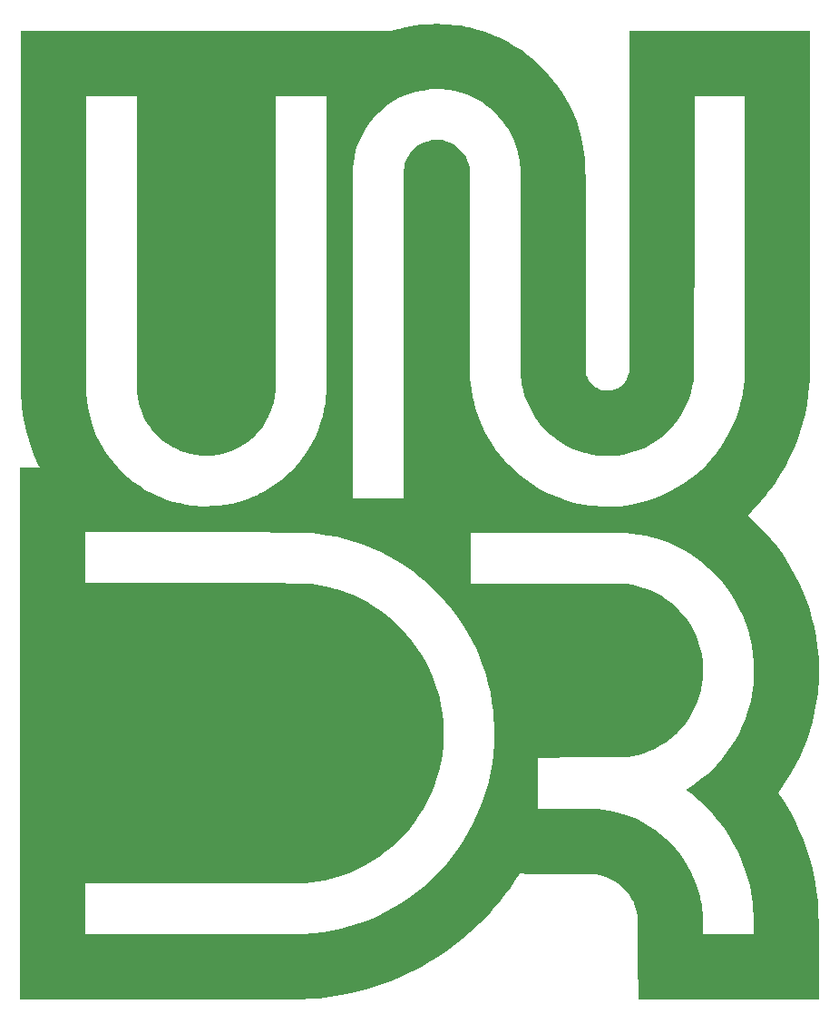
<source format=gbo>
%TF.GenerationSoftware,KiCad,Pcbnew,7.0.1*%
%TF.CreationDate,2024-04-15T22:24:04+03:00*%
%TF.ProjectId,ESP32 STEPPER CONTROL PCB,45535033-3220-4535-9445-505045522043,rev?*%
%TF.SameCoordinates,PX68e7780PY7bfa480*%
%TF.FileFunction,Legend,Bot*%
%TF.FilePolarity,Positive*%
%FSLAX46Y46*%
G04 Gerber Fmt 4.6, Leading zero omitted, Abs format (unit mm)*
G04 Created by KiCad (PCBNEW 7.0.1) date 2024-04-15 22:24:04*
%MOMM*%
%LPD*%
G01*
G04 APERTURE LIST*
G04 APERTURE END LIST*
%TO.C,G\u002A\u002A\u002A*%
G36*
X40223388Y91468401D02*
G01*
X40795046Y91436891D01*
X41347480Y91383241D01*
X41889259Y91306523D01*
X42428953Y91205808D01*
X42705246Y91145115D01*
X43451721Y90952217D01*
X44180090Y90721884D01*
X44889851Y90454416D01*
X45580501Y90150114D01*
X46251537Y89809279D01*
X46902456Y89432212D01*
X47532756Y89019213D01*
X48141933Y88570582D01*
X48729484Y88086622D01*
X49294907Y87567631D01*
X49837699Y87013911D01*
X50101196Y86723279D01*
X50531340Y86208017D01*
X50941523Y85659772D01*
X51328837Y85083545D01*
X51690375Y84484338D01*
X52023233Y83867152D01*
X52324503Y83236990D01*
X52591278Y82598854D01*
X52752250Y82160753D01*
X52899613Y81714006D01*
X53029080Y81273638D01*
X53142133Y80832513D01*
X53240248Y80383491D01*
X53324906Y79919435D01*
X53397584Y79433205D01*
X53459761Y78917665D01*
X53493442Y78582787D01*
X53495513Y78549191D01*
X53497508Y78492884D01*
X53499432Y78413100D01*
X53501287Y78309069D01*
X53503076Y78180024D01*
X53504801Y78025196D01*
X53506466Y77843819D01*
X53508072Y77635122D01*
X53509624Y77398340D01*
X53511124Y77132702D01*
X53512574Y76837442D01*
X53513978Y76511792D01*
X53515338Y76154982D01*
X53516658Y75766246D01*
X53517939Y75344815D01*
X53519185Y74889921D01*
X53520399Y74400796D01*
X53521583Y73876673D01*
X53522740Y73316782D01*
X53523873Y72720356D01*
X53524985Y72086627D01*
X53526079Y71414827D01*
X53527157Y70704188D01*
X53528223Y69953941D01*
X53529279Y69163319D01*
X53529957Y68630983D01*
X53542077Y58939426D01*
X53590313Y58773491D01*
X53692637Y58491379D01*
X53828657Y58233587D01*
X53998765Y57999444D01*
X54115900Y57871491D01*
X54333322Y57681064D01*
X54569857Y57525868D01*
X54821761Y57406481D01*
X55085291Y57323479D01*
X55356705Y57277440D01*
X55632258Y57268941D01*
X55908208Y57298558D01*
X56180812Y57366869D01*
X56446326Y57474451D01*
X56503343Y57503409D01*
X56749134Y57656082D01*
X56968634Y57839958D01*
X57159684Y58052309D01*
X57320127Y58290405D01*
X57447806Y58551518D01*
X57533560Y58806316D01*
X57580705Y58981065D01*
X57586102Y74902935D01*
X57591500Y90824805D01*
X66028578Y90819575D01*
X74465656Y90814344D01*
X74471740Y75137131D01*
X74472122Y74140991D01*
X74472477Y73185588D01*
X74472799Y72270019D01*
X74473087Y71393383D01*
X74473337Y70554778D01*
X74473544Y69753300D01*
X74473706Y68988049D01*
X74473819Y68258120D01*
X74473879Y67562613D01*
X74473883Y66900625D01*
X74473827Y66271254D01*
X74473707Y65673597D01*
X74473520Y65106752D01*
X74473263Y64569818D01*
X74472932Y64061891D01*
X74472523Y63582069D01*
X74472033Y63129450D01*
X74471458Y62703133D01*
X74470795Y62302214D01*
X74470040Y61925791D01*
X74469189Y61572963D01*
X74468240Y61242826D01*
X74467187Y60934479D01*
X74466029Y60647019D01*
X74464760Y60379544D01*
X74463379Y60131152D01*
X74461880Y59900941D01*
X74460261Y59688008D01*
X74458518Y59491451D01*
X74456647Y59310367D01*
X74454646Y59143855D01*
X74452509Y58991012D01*
X74450235Y58850937D01*
X74447818Y58722726D01*
X74445256Y58605477D01*
X74442545Y58498288D01*
X74439682Y58400258D01*
X74436662Y58310483D01*
X74433483Y58228061D01*
X74430140Y58152091D01*
X74426631Y58081670D01*
X74422952Y58015895D01*
X74419098Y57953864D01*
X74415067Y57894675D01*
X74410855Y57837427D01*
X74406458Y57781216D01*
X74402999Y57738733D01*
X74309582Y56858239D01*
X74175582Y55985932D01*
X74001479Y55123065D01*
X73787747Y54270895D01*
X73534865Y53430675D01*
X73243309Y52603661D01*
X72913556Y51791107D01*
X72546084Y50994269D01*
X72141368Y50214400D01*
X71699886Y49452756D01*
X71222115Y48710593D01*
X70708531Y47989163D01*
X70686202Y47959359D01*
X70418707Y47609917D01*
X70158784Y47285276D01*
X69897892Y46975533D01*
X69627494Y46670784D01*
X69339049Y46361127D01*
X69058091Y46071202D01*
X68625926Y45632322D01*
X68953742Y45340668D01*
X69606546Y44732294D01*
X70227559Y44097029D01*
X70816834Y43434814D01*
X71374421Y42745590D01*
X71900373Y42029296D01*
X72144093Y41672114D01*
X72619897Y40920482D01*
X73058141Y40151115D01*
X73458523Y39364867D01*
X73820742Y38562594D01*
X74144496Y37745151D01*
X74429484Y36913393D01*
X74675405Y36068176D01*
X74881957Y35210354D01*
X75048838Y34340782D01*
X75175748Y33460316D01*
X75234675Y32904426D01*
X75275125Y32355848D01*
X75299162Y31782173D01*
X75306903Y31194500D01*
X75298468Y30603925D01*
X75273974Y30021548D01*
X75233541Y29458465D01*
X75193710Y29063197D01*
X75071476Y28174188D01*
X74909643Y27297802D01*
X74708426Y26434602D01*
X74468041Y25585147D01*
X74188705Y24750000D01*
X73870634Y23929723D01*
X73514044Y23124876D01*
X73119150Y22336022D01*
X72686170Y21563722D01*
X72215319Y20808537D01*
X71761866Y20147476D01*
X71688035Y20043893D01*
X71623279Y19952008D01*
X71571259Y19877099D01*
X71535634Y19824444D01*
X71520063Y19799323D01*
X71519672Y19798133D01*
X71530646Y19777680D01*
X71560783Y19729264D01*
X71605909Y19659406D01*
X71661851Y19574630D01*
X71683114Y19542788D01*
X72186049Y18754607D01*
X72653758Y17944855D01*
X73085574Y17115190D01*
X73480829Y16267271D01*
X73838855Y15402753D01*
X74158987Y14523296D01*
X74440555Y13630557D01*
X74682893Y12726193D01*
X74885333Y11811863D01*
X74963737Y11394786D01*
X75009806Y11126470D01*
X75051618Y10862919D01*
X75090057Y10597132D01*
X75126012Y10322104D01*
X75160368Y10030832D01*
X75194012Y9716315D01*
X75227831Y9371547D01*
X75249344Y9138770D01*
X75252588Y9088485D01*
X75255640Y9010784D01*
X75258507Y8904699D01*
X75261195Y8769263D01*
X75263713Y8603506D01*
X75266066Y8406462D01*
X75268263Y8177162D01*
X75270309Y7914640D01*
X75272213Y7617926D01*
X75273980Y7286053D01*
X75275619Y6918054D01*
X75277136Y6512959D01*
X75278539Y6069803D01*
X75279833Y5587615D01*
X75281027Y5065430D01*
X75281802Y4678156D01*
X75289743Y488197D01*
X66857560Y488197D01*
X58425376Y488197D01*
X58417937Y4292992D01*
X58416990Y4764308D01*
X58416060Y5195837D01*
X58415128Y5589427D01*
X58414172Y5946929D01*
X58413176Y6270196D01*
X58412117Y6561076D01*
X58410978Y6821421D01*
X58409739Y7053081D01*
X58408380Y7257907D01*
X58406882Y7437750D01*
X58405225Y7594460D01*
X58403391Y7729888D01*
X58401358Y7845885D01*
X58399108Y7944302D01*
X58396621Y8026988D01*
X58393879Y8095795D01*
X58390861Y8152574D01*
X58387547Y8199174D01*
X58383919Y8237447D01*
X58379957Y8269244D01*
X58375789Y8295574D01*
X58280665Y8738321D01*
X58154913Y9154017D01*
X57997337Y9545067D01*
X57806738Y9913880D01*
X57581918Y10262861D01*
X57321678Y10594418D01*
X57122905Y10812152D01*
X56935552Y10997748D01*
X56754051Y11159130D01*
X56563886Y11308404D01*
X56350541Y11457675D01*
X56342131Y11463276D01*
X56067852Y11628749D01*
X55765052Y11781268D01*
X55446133Y11915582D01*
X55123493Y12026444D01*
X54826140Y12104971D01*
X54764556Y12118502D01*
X54706267Y12130814D01*
X54649135Y12141965D01*
X54591020Y12152011D01*
X54529784Y12161011D01*
X54463287Y12169023D01*
X54389392Y12176103D01*
X54305960Y12182309D01*
X54210851Y12187699D01*
X54101927Y12192330D01*
X53977050Y12196260D01*
X53834079Y12199547D01*
X53670878Y12202247D01*
X53485306Y12204419D01*
X53275225Y12206120D01*
X53038497Y12207408D01*
X52772983Y12208339D01*
X52476543Y12208972D01*
X52147040Y12209365D01*
X51782333Y12209574D01*
X51380286Y12209657D01*
X50938758Y12209672D01*
X50934349Y12209672D01*
X50447283Y12209809D01*
X50000366Y12210218D01*
X49593729Y12210899D01*
X49227502Y12211851D01*
X48901816Y12213073D01*
X48616800Y12214564D01*
X48372586Y12216323D01*
X48169304Y12218350D01*
X48007083Y12220644D01*
X47886056Y12223203D01*
X47806351Y12226027D01*
X47768099Y12229116D01*
X47764427Y12230492D01*
X47744694Y12240301D01*
X47689739Y12247350D01*
X47605925Y12250972D01*
X47565886Y12251311D01*
X47367345Y12251311D01*
X47279853Y12110779D01*
X46902289Y11527761D01*
X46491230Y10936448D01*
X46052067Y10343438D01*
X45590188Y9755331D01*
X45110984Y9178723D01*
X44619846Y8620214D01*
X44122162Y8086402D01*
X43623322Y7583885D01*
X43431356Y7399449D01*
X42722228Y6749538D01*
X42007084Y6138450D01*
X41281989Y5563421D01*
X40543011Y5021688D01*
X39786217Y4510488D01*
X39007674Y4027056D01*
X38203450Y3568629D01*
X37369612Y3132443D01*
X37333771Y3114512D01*
X36413184Y2677588D01*
X35481575Y2280799D01*
X34538797Y1924105D01*
X33584705Y1607466D01*
X32619154Y1330841D01*
X31641995Y1094191D01*
X30653085Y897474D01*
X29652276Y740651D01*
X28639424Y623680D01*
X28162705Y582730D01*
X28095526Y577659D01*
X28028759Y572819D01*
X27961394Y568206D01*
X27892415Y563813D01*
X27820811Y559636D01*
X27745568Y555671D01*
X27665673Y551913D01*
X27580114Y548356D01*
X27487878Y544996D01*
X27387951Y541828D01*
X27279320Y538847D01*
X27160973Y536049D01*
X27031897Y533428D01*
X26891078Y530980D01*
X26737504Y528700D01*
X26570162Y526582D01*
X26388038Y524623D01*
X26190119Y522817D01*
X25975394Y521160D01*
X25742848Y519646D01*
X25491469Y518271D01*
X25220244Y517030D01*
X24928160Y515917D01*
X24614204Y514930D01*
X24277362Y514061D01*
X23916623Y513307D01*
X23530972Y512663D01*
X23119397Y512124D01*
X22680885Y511685D01*
X22214424Y511340D01*
X21718999Y511087D01*
X21193598Y510918D01*
X20637209Y510831D01*
X20048817Y510819D01*
X19427411Y510878D01*
X18771977Y511003D01*
X18081502Y511190D01*
X17354973Y511433D01*
X16591378Y511727D01*
X15789702Y512069D01*
X14948935Y512452D01*
X14068061Y512872D01*
X13599345Y513101D01*
X722377Y519426D01*
X722377Y25326065D01*
X722377Y44063770D01*
X6791312Y44063770D01*
X6791312Y41701108D01*
X6791312Y39338446D01*
X16956517Y39331605D01*
X17777593Y39331029D01*
X18557899Y39330433D01*
X19298307Y39329813D01*
X19999687Y39329167D01*
X20662908Y39328493D01*
X21288842Y39327787D01*
X21878358Y39327047D01*
X22432326Y39326270D01*
X22951618Y39325454D01*
X23437103Y39324596D01*
X23889651Y39323693D01*
X24310133Y39322742D01*
X24699419Y39321741D01*
X25058380Y39320688D01*
X25387886Y39319579D01*
X25688806Y39318411D01*
X25962012Y39317183D01*
X26208374Y39315891D01*
X26428761Y39314533D01*
X26624044Y39313106D01*
X26795094Y39311607D01*
X26942781Y39310034D01*
X27067974Y39308384D01*
X27171545Y39306654D01*
X27254364Y39304842D01*
X27317301Y39302945D01*
X27361225Y39300960D01*
X27381968Y39299436D01*
X27897209Y39243321D01*
X28379956Y39177904D01*
X28838638Y39101581D01*
X29281683Y39012745D01*
X29717519Y38909792D01*
X30154574Y38791117D01*
X30343300Y38735361D01*
X31055356Y38498506D01*
X31754973Y38222474D01*
X32439946Y37908450D01*
X33108071Y37557618D01*
X33757142Y37171164D01*
X34384954Y36750273D01*
X34989304Y36296128D01*
X35199754Y36125507D01*
X35770183Y35626983D01*
X36312458Y35098686D01*
X36825269Y34542369D01*
X37307302Y33959787D01*
X37757246Y33352691D01*
X38173789Y32722834D01*
X38555620Y32071970D01*
X38901426Y31401853D01*
X39159159Y30834600D01*
X39439572Y30125543D01*
X39680182Y29405066D01*
X39880814Y28674541D01*
X40041289Y27935338D01*
X40161431Y27188829D01*
X40241064Y26436386D01*
X40280011Y25679380D01*
X40278094Y24919183D01*
X40235138Y24157165D01*
X40150966Y23394698D01*
X40133602Y23272349D01*
X40003639Y22527070D01*
X39833557Y21791531D01*
X39624072Y21067337D01*
X39375903Y20356091D01*
X39089768Y19659395D01*
X38766382Y18978855D01*
X38406464Y18316072D01*
X38010731Y17672652D01*
X37579900Y17050196D01*
X37114689Y16450309D01*
X37042674Y16363197D01*
X36544695Y15797675D01*
X36016995Y15259714D01*
X35461542Y14750746D01*
X34880308Y14272201D01*
X34275262Y13825510D01*
X33648375Y13412105D01*
X33001617Y13033415D01*
X32336959Y12690872D01*
X31656370Y12385907D01*
X31452213Y12303080D01*
X30882681Y12091035D01*
X30311320Y11906051D01*
X29731991Y11746693D01*
X29138554Y11611528D01*
X28524869Y11499123D01*
X27884798Y11408043D01*
X27381968Y11352695D01*
X27351523Y11350643D01*
X27302709Y11348681D01*
X27234656Y11346807D01*
X27146493Y11345016D01*
X27037350Y11343308D01*
X26906356Y11341678D01*
X26752642Y11340124D01*
X26575337Y11338645D01*
X26373571Y11337236D01*
X26146473Y11335895D01*
X25893174Y11334621D01*
X25612803Y11333408D01*
X25304489Y11332257D01*
X24967362Y11331162D01*
X24600553Y11330123D01*
X24203190Y11329136D01*
X23774404Y11328198D01*
X23313324Y11327307D01*
X22819080Y11326460D01*
X22290802Y11325654D01*
X21727619Y11324887D01*
X21128661Y11324156D01*
X20493057Y11323459D01*
X19819938Y11322792D01*
X19108434Y11322153D01*
X18357673Y11321540D01*
X17566786Y11320949D01*
X16956517Y11320526D01*
X6791312Y11313685D01*
X6791312Y8951023D01*
X6791312Y6588361D01*
X16800369Y6588495D01*
X17652888Y6588552D01*
X18471761Y6588697D01*
X19256611Y6588932D01*
X20007062Y6589253D01*
X20722739Y6589662D01*
X21403265Y6590157D01*
X22048266Y6590737D01*
X22657365Y6591402D01*
X23230186Y6592150D01*
X23766353Y6592982D01*
X24265491Y6593896D01*
X24727224Y6594892D01*
X25151176Y6595968D01*
X25536971Y6597124D01*
X25884233Y6598360D01*
X26192586Y6599674D01*
X26461655Y6601066D01*
X26691064Y6602534D01*
X26880436Y6604079D01*
X27029397Y6605700D01*
X27137570Y6607395D01*
X27204579Y6609164D01*
X27215410Y6609646D01*
X28103785Y6676136D01*
X28982291Y6782845D01*
X29849927Y6929307D01*
X30705695Y7115057D01*
X31548597Y7339632D01*
X32377633Y7602564D01*
X33191804Y7903391D01*
X33990111Y8241646D01*
X34771555Y8616864D01*
X35535138Y9028582D01*
X36279861Y9476333D01*
X37004723Y9959653D01*
X37708727Y10478076D01*
X38390874Y11031139D01*
X39050164Y11618376D01*
X39685598Y12239321D01*
X39986058Y12553724D01*
X40570254Y13208996D01*
X41120364Y13887514D01*
X41635975Y14588025D01*
X42116671Y15309280D01*
X42562039Y16050027D01*
X42971665Y16809016D01*
X43345135Y17584996D01*
X43682035Y18376715D01*
X43981951Y19182924D01*
X44244469Y20002371D01*
X44469174Y20833805D01*
X44655653Y21675976D01*
X44803491Y22527632D01*
X44912275Y23387523D01*
X44981590Y24254399D01*
X45011023Y25127007D01*
X45000159Y26004098D01*
X44948584Y26884420D01*
X44899677Y27397623D01*
X44784811Y28261389D01*
X44629479Y29117267D01*
X44434355Y29963787D01*
X44200115Y30799478D01*
X43927432Y31622871D01*
X43616983Y32432495D01*
X43269443Y33226881D01*
X42885485Y34004558D01*
X42465787Y34764057D01*
X42011021Y35503907D01*
X41521864Y36222638D01*
X40998990Y36918781D01*
X40443075Y37590866D01*
X39986058Y38098407D01*
X39363904Y38734222D01*
X38717068Y39336959D01*
X38046591Y39906107D01*
X37353516Y40441155D01*
X36638886Y40941593D01*
X35903741Y41406909D01*
X35149126Y41836593D01*
X34376081Y42230134D01*
X33585649Y42587021D01*
X32778873Y42906744D01*
X31956793Y43188791D01*
X31120454Y43432652D01*
X30270896Y43637815D01*
X29409162Y43803771D01*
X28536294Y43930008D01*
X27964918Y43990388D01*
X27902750Y43995931D01*
X27841216Y44001186D01*
X27779152Y44006162D01*
X27715393Y44010866D01*
X27648774Y44015306D01*
X27578130Y44019489D01*
X27502297Y44023424D01*
X27420111Y44027117D01*
X27330406Y44030577D01*
X27232018Y44033811D01*
X27123783Y44036826D01*
X27004535Y44039631D01*
X26873109Y44042233D01*
X26829908Y44042951D01*
X42809345Y44042951D01*
X42809345Y41680269D01*
X42809345Y39317588D01*
X49945287Y39311068D01*
X50598943Y39310491D01*
X51212338Y39309976D01*
X51786850Y39309500D01*
X52323857Y39309042D01*
X52824736Y39308579D01*
X53290867Y39308087D01*
X53723627Y39307545D01*
X54124394Y39306930D01*
X54494546Y39306218D01*
X54835461Y39305388D01*
X55148518Y39304417D01*
X55435094Y39303282D01*
X55696567Y39301960D01*
X55934316Y39300430D01*
X56149719Y39298668D01*
X56344153Y39296651D01*
X56518997Y39294358D01*
X56675628Y39291765D01*
X56815425Y39288850D01*
X56939766Y39285590D01*
X57050029Y39281963D01*
X57147592Y39277946D01*
X57233833Y39273516D01*
X57310129Y39268651D01*
X57377860Y39263328D01*
X57438404Y39257524D01*
X57493137Y39251218D01*
X57543438Y39244386D01*
X57590686Y39237005D01*
X57636259Y39229053D01*
X57681533Y39220508D01*
X57727889Y39211347D01*
X57776702Y39201547D01*
X57829353Y39191085D01*
X57882787Y39180776D01*
X58445509Y39053344D01*
X58994730Y38887260D01*
X59528633Y38683790D01*
X60045401Y38444202D01*
X60543215Y38169761D01*
X61020257Y37861733D01*
X61474709Y37521386D01*
X61904754Y37149985D01*
X62308574Y36748797D01*
X62684351Y36319088D01*
X63030266Y35862125D01*
X63344502Y35379173D01*
X63347614Y35373991D01*
X63630621Y34862553D01*
X63874381Y34337408D01*
X64078660Y33799402D01*
X64243225Y33249380D01*
X64367843Y32688185D01*
X64452280Y32116662D01*
X64496304Y31535657D01*
X64503228Y31188664D01*
X64500724Y30929322D01*
X64492820Y30697893D01*
X64478518Y30480886D01*
X64456822Y30264809D01*
X64426734Y30036169D01*
X64409594Y29921725D01*
X64301085Y29354517D01*
X64152887Y28799524D01*
X63965353Y28257545D01*
X63738838Y27729380D01*
X63473696Y27215825D01*
X63170281Y26717681D01*
X62828947Y26235746D01*
X62704200Y26075574D01*
X62586002Y25934562D01*
X62442433Y25774945D01*
X62280764Y25603968D01*
X62108266Y25428880D01*
X61932207Y25256928D01*
X61759859Y25095360D01*
X61598491Y24951422D01*
X61463771Y24839036D01*
X60997916Y24493219D01*
X60511639Y24182149D01*
X60007257Y23906886D01*
X59487091Y23668489D01*
X58953458Y23468017D01*
X58408678Y23306531D01*
X57855069Y23185089D01*
X57836468Y23181739D01*
X57763576Y23168553D01*
X57697274Y23156442D01*
X57635628Y23145358D01*
X57576707Y23135253D01*
X57518579Y23126077D01*
X57459311Y23117783D01*
X57396972Y23110323D01*
X57329630Y23103647D01*
X57255352Y23097708D01*
X57172206Y23092456D01*
X57078261Y23087845D01*
X56971584Y23083824D01*
X56850243Y23080346D01*
X56712307Y23077363D01*
X56555842Y23074826D01*
X56378918Y23072686D01*
X56179601Y23070895D01*
X55955960Y23069406D01*
X55706063Y23068168D01*
X55427978Y23067135D01*
X55119773Y23066257D01*
X54779515Y23065486D01*
X54405272Y23064774D01*
X53995113Y23064073D01*
X53547106Y23063333D01*
X53078648Y23062541D01*
X49034427Y23055515D01*
X49034427Y20682675D01*
X49034427Y18309836D01*
X51361025Y18309704D01*
X51796947Y18309464D01*
X52193818Y18308752D01*
X52554222Y18307503D01*
X52880746Y18305652D01*
X53175976Y18303133D01*
X53442496Y18299880D01*
X53682893Y18295827D01*
X53899753Y18290910D01*
X54095661Y18285063D01*
X54273202Y18278221D01*
X54434963Y18270317D01*
X54583529Y18261286D01*
X54721486Y18251063D01*
X54851419Y18239583D01*
X54975914Y18226779D01*
X55072131Y18215684D01*
X55739132Y18114821D01*
X56392462Y17974804D01*
X57031304Y17795976D01*
X57654842Y17578680D01*
X58262258Y17323258D01*
X58852736Y17030053D01*
X59425460Y16699409D01*
X59979613Y16331669D01*
X60506066Y15933864D01*
X61012235Y15500629D01*
X61488075Y15039679D01*
X61932638Y14552493D01*
X62344978Y14040551D01*
X62724148Y13505334D01*
X63069203Y12948320D01*
X63379195Y12370989D01*
X63653179Y11774822D01*
X63890208Y11161298D01*
X64089335Y10531897D01*
X64179729Y10190164D01*
X64244426Y9917484D01*
X64299913Y9658843D01*
X64346899Y9407974D01*
X64386097Y9158607D01*
X64418217Y8904473D01*
X64443969Y8639305D01*
X64464066Y8356833D01*
X64479218Y8050788D01*
X64490135Y7714902D01*
X64496717Y7395123D01*
X64510106Y6567541D01*
X66869807Y6567541D01*
X69229508Y6567541D01*
X69229311Y7186926D01*
X69225773Y7651038D01*
X69215150Y8081618D01*
X69196965Y8486246D01*
X69170744Y8872500D01*
X69136008Y9247962D01*
X69092282Y9620210D01*
X69062814Y9836229D01*
X68929979Y10618612D01*
X68756927Y11391192D01*
X68544205Y12152650D01*
X68292361Y12901669D01*
X68001943Y13636932D01*
X67673499Y14357121D01*
X67307577Y15060917D01*
X66904725Y15747003D01*
X66465490Y16414061D01*
X66141252Y16862869D01*
X65691182Y17432810D01*
X65207177Y17988406D01*
X64694725Y18524132D01*
X64159312Y19034467D01*
X63606423Y19513888D01*
X63144588Y19879522D01*
X63058567Y19945730D01*
X62985817Y20003619D01*
X62932187Y20048386D01*
X62903524Y20075228D01*
X62900328Y20080141D01*
X62916989Y20097194D01*
X62961280Y20128901D01*
X63024664Y20169286D01*
X63045754Y20181978D01*
X63506034Y20472866D01*
X63969196Y20799291D01*
X64429246Y21156110D01*
X64880187Y21538178D01*
X65316024Y21940352D01*
X65730763Y22357487D01*
X66118407Y22784438D01*
X66226267Y22910983D01*
X66683478Y23487290D01*
X67104110Y24083382D01*
X67487966Y24698796D01*
X67834852Y25333067D01*
X68144572Y25985731D01*
X68416930Y26656326D01*
X68651731Y27344386D01*
X68848780Y28049449D01*
X69007881Y28771051D01*
X69128839Y29508727D01*
X69178572Y29916803D01*
X69190281Y30051782D01*
X69200556Y30220894D01*
X69209285Y30416655D01*
X69216354Y30631582D01*
X69221648Y30858188D01*
X69225056Y31088990D01*
X69226464Y31316503D01*
X69225757Y31533242D01*
X69222823Y31731723D01*
X69217549Y31904461D01*
X69210636Y32032736D01*
X69138022Y32776642D01*
X69026207Y33506901D01*
X68875331Y34223120D01*
X68685536Y34924907D01*
X68456960Y35611868D01*
X68189744Y36283611D01*
X67884029Y36939744D01*
X67539955Y37579874D01*
X67157662Y38203609D01*
X66838048Y38671475D01*
X66585690Y39012614D01*
X66326428Y39338388D01*
X66052110Y39658429D01*
X65754585Y39982372D01*
X65545498Y40198968D01*
X65012736Y40712644D01*
X64458797Y41190472D01*
X63883554Y41632532D01*
X63286880Y42038902D01*
X62668646Y42409663D01*
X62028726Y42744894D01*
X61366991Y43044674D01*
X60683314Y43309082D01*
X60387856Y43410178D01*
X59760057Y43599638D01*
X59129447Y43754827D01*
X58489014Y43877110D01*
X57831743Y43967853D01*
X57247787Y44021699D01*
X57196805Y44023833D01*
X57104610Y44025861D01*
X56971627Y44027781D01*
X56798281Y44029592D01*
X56584998Y44031293D01*
X56332204Y44032882D01*
X56040325Y44034359D01*
X55709786Y44035723D01*
X55341012Y44036971D01*
X54934430Y44038103D01*
X54490464Y44039118D01*
X54009541Y44040014D01*
X53492086Y44040790D01*
X52938525Y44041446D01*
X52349283Y44041978D01*
X51724785Y44042388D01*
X51065459Y44042672D01*
X50371728Y44042831D01*
X49882828Y44042866D01*
X42809345Y44042951D01*
X26829908Y44042951D01*
X26728342Y44044639D01*
X26569069Y44046857D01*
X26394125Y44048896D01*
X26202344Y44050762D01*
X25992564Y44052463D01*
X25763618Y44054007D01*
X25514343Y44055402D01*
X25243573Y44056654D01*
X24950144Y44057773D01*
X24632891Y44058764D01*
X24290650Y44059637D01*
X23922255Y44060398D01*
X23526543Y44061056D01*
X23102349Y44061618D01*
X22648507Y44062091D01*
X22163854Y44062483D01*
X21647224Y44062803D01*
X21097453Y44063057D01*
X20513377Y44063252D01*
X19893830Y44063398D01*
X19237647Y44063501D01*
X18543666Y44063570D01*
X17810719Y44063611D01*
X17037644Y44063632D01*
X16800369Y44063636D01*
X6791312Y44063770D01*
X722377Y44063770D01*
X722377Y50132705D01*
X1632455Y50138128D01*
X2542532Y50143551D01*
X2447964Y50346325D01*
X2107056Y51122362D01*
X1807032Y51901582D01*
X1547138Y52686677D01*
X1326623Y53480338D01*
X1144734Y54285255D01*
X1000717Y55104119D01*
X900284Y55878934D01*
X894690Y55929954D01*
X889321Y55978049D01*
X884172Y56024094D01*
X879238Y56068965D01*
X874515Y56113537D01*
X869998Y56158685D01*
X865683Y56205282D01*
X861564Y56254206D01*
X857638Y56306330D01*
X853900Y56362530D01*
X850344Y56423680D01*
X846968Y56490656D01*
X843765Y56564332D01*
X840732Y56645585D01*
X837864Y56735287D01*
X835155Y56834315D01*
X832603Y56943544D01*
X830202Y57063848D01*
X827946Y57196103D01*
X825833Y57341184D01*
X823858Y57499965D01*
X822014Y57673322D01*
X820299Y57862129D01*
X818708Y58067261D01*
X817235Y58289595D01*
X815877Y58530004D01*
X814628Y58789363D01*
X813485Y59068548D01*
X812442Y59368433D01*
X811495Y59689895D01*
X810640Y60033806D01*
X809871Y60401043D01*
X809184Y60792481D01*
X808576Y61208994D01*
X808040Y61651458D01*
X807572Y62120747D01*
X807169Y62617737D01*
X806825Y63143302D01*
X806535Y63698318D01*
X806295Y64283660D01*
X806101Y64900202D01*
X805948Y65548819D01*
X805831Y66230387D01*
X805746Y66945781D01*
X805688Y67695875D01*
X805653Y68481544D01*
X805635Y69303665D01*
X805631Y70163110D01*
X805635Y71060756D01*
X805644Y71997478D01*
X805653Y72974150D01*
X805656Y73919180D01*
X805656Y84745410D01*
X6874590Y84745410D01*
X6874687Y71072090D01*
X6874727Y70016753D01*
X6874833Y69003015D01*
X6875003Y68030834D01*
X6875239Y67100170D01*
X6875541Y66210983D01*
X6875907Y65363231D01*
X6876339Y64556874D01*
X6876837Y63791871D01*
X6877400Y63068182D01*
X6878030Y62385764D01*
X6878724Y61744579D01*
X6879485Y61144585D01*
X6880311Y60585741D01*
X6881204Y60068006D01*
X6882162Y59591340D01*
X6883186Y59155702D01*
X6884277Y58761052D01*
X6885434Y58407347D01*
X6886657Y58094549D01*
X6887946Y57822616D01*
X6889302Y57591507D01*
X6890724Y57401181D01*
X6892212Y57251598D01*
X6893767Y57142717D01*
X6895389Y57074498D01*
X6896248Y57055246D01*
X6959711Y56365091D01*
X7063006Y55686186D01*
X7205869Y55019352D01*
X7388034Y54365412D01*
X7609235Y53725186D01*
X7869208Y53099497D01*
X8167685Y52489166D01*
X8504402Y51895015D01*
X8629238Y51694180D01*
X9001877Y51146172D01*
X9408131Y50619999D01*
X9845686Y50117696D01*
X10312226Y49641296D01*
X10805436Y49192832D01*
X11322999Y48774337D01*
X11862600Y48387846D01*
X12421924Y48035391D01*
X12998655Y47719006D01*
X13350449Y47548093D01*
X13910613Y47305139D01*
X14469243Y47096273D01*
X15032385Y46919920D01*
X15606080Y46774505D01*
X16196374Y46658455D01*
X16809309Y46570195D01*
X17294836Y46520663D01*
X17401138Y46514329D01*
X17541892Y46510032D01*
X17709971Y46507662D01*
X17898242Y46507110D01*
X18099577Y46508266D01*
X18306844Y46511020D01*
X18512914Y46515262D01*
X18710656Y46520884D01*
X18892940Y46527774D01*
X19052636Y46535823D01*
X19182613Y46544921D01*
X19241476Y46550625D01*
X19880271Y46637314D01*
X20492312Y46751817D01*
X21083189Y46895728D01*
X21658497Y47070642D01*
X22144894Y47249180D01*
X31795738Y47249180D01*
X34158771Y47249180D01*
X36521804Y47249180D01*
X36522411Y62390287D01*
X36522473Y63290634D01*
X36522587Y64171531D01*
X36522751Y65032206D01*
X36522964Y65871882D01*
X36523226Y66689785D01*
X36523535Y67485141D01*
X36523890Y68257176D01*
X36524290Y69005114D01*
X36524735Y69728181D01*
X36525223Y70425603D01*
X36525753Y71096604D01*
X36526325Y71740411D01*
X36526937Y72356249D01*
X36527588Y72943343D01*
X36528278Y73500918D01*
X36529005Y74028201D01*
X36529769Y74524416D01*
X36530567Y74988789D01*
X36531401Y75420545D01*
X36532267Y75818911D01*
X36533166Y76183110D01*
X36534097Y76512369D01*
X36535058Y76805913D01*
X36536048Y77062968D01*
X36537067Y77282759D01*
X36538113Y77464511D01*
X36539185Y77607450D01*
X36540283Y77710801D01*
X36541406Y77773790D01*
X36542147Y77792701D01*
X36578797Y78110323D01*
X36642012Y78404766D01*
X36734800Y78687188D01*
X36858325Y78965056D01*
X37037987Y79279754D01*
X37248022Y79566549D01*
X37486834Y79824216D01*
X37752829Y80051537D01*
X38044412Y80247288D01*
X38359990Y80410249D01*
X38697966Y80539198D01*
X39027498Y80626780D01*
X39183644Y80651926D01*
X39367922Y80668262D01*
X39567743Y80675683D01*
X39770519Y80674085D01*
X39963662Y80663362D01*
X40134584Y80643409D01*
X40175656Y80636357D01*
X40524742Y80550848D01*
X40855840Y80428905D01*
X41166940Y80272545D01*
X41456035Y80083784D01*
X41721115Y79864640D01*
X41960172Y79617129D01*
X42171199Y79343267D01*
X42352185Y79045072D01*
X42501124Y78724560D01*
X42616006Y78383748D01*
X42676928Y78124754D01*
X42679921Y78108259D01*
X42682759Y78089681D01*
X42685446Y78067891D01*
X42687989Y78041757D01*
X42690393Y78010150D01*
X42692664Y77971939D01*
X42694808Y77925994D01*
X42696830Y77871184D01*
X42698735Y77806379D01*
X42700531Y77730449D01*
X42702222Y77642263D01*
X42703814Y77540691D01*
X42705313Y77424603D01*
X42706724Y77292868D01*
X42708054Y77144355D01*
X42709307Y76977936D01*
X42710490Y76792478D01*
X42711608Y76586853D01*
X42712667Y76359929D01*
X42713672Y76110575D01*
X42714630Y75837663D01*
X42715546Y75540061D01*
X42716426Y75216639D01*
X42717275Y74866267D01*
X42718099Y74487814D01*
X42718903Y74080150D01*
X42719694Y73642145D01*
X42720478Y73172668D01*
X42721259Y72670589D01*
X42722044Y72134777D01*
X42722837Y71564103D01*
X42723646Y70957435D01*
X42724475Y70313644D01*
X42725331Y69631599D01*
X42726219Y68910170D01*
X42727139Y68152131D01*
X42738955Y58377295D01*
X42783241Y58002541D01*
X42870957Y57359686D01*
X42979134Y56748229D01*
X43109459Y56162400D01*
X43263624Y55596429D01*
X43443316Y55044546D01*
X43650226Y54500980D01*
X43886044Y53959961D01*
X44090783Y53536721D01*
X44409953Y52938962D01*
X44749348Y52373663D01*
X45113263Y51834814D01*
X45505989Y51316405D01*
X45931822Y50812425D01*
X46379584Y50332677D01*
X46909043Y49819854D01*
X47461787Y49341368D01*
X48037211Y48897599D01*
X48634708Y48488928D01*
X49253675Y48115737D01*
X49893505Y47778406D01*
X50553595Y47477316D01*
X51233338Y47212850D01*
X51457465Y47135156D01*
X51937312Y46982931D01*
X52409590Y46852496D01*
X52881864Y46742453D01*
X53361697Y46651403D01*
X53856655Y46577946D01*
X54374302Y46520683D01*
X54922203Y46478216D01*
X55051312Y46470507D01*
X55150090Y46467132D01*
X55282735Y46465862D01*
X55441537Y46466508D01*
X55618788Y46468880D01*
X55806778Y46472788D01*
X55997798Y46478043D01*
X56184138Y46484455D01*
X56358090Y46491834D01*
X56511944Y46499990D01*
X56637991Y46508735D01*
X56651748Y46509889D01*
X57373468Y46592458D01*
X58084083Y46714527D01*
X58782289Y46875125D01*
X59466780Y47073281D01*
X60136251Y47308025D01*
X60789397Y47578386D01*
X61424912Y47883394D01*
X62041492Y48222077D01*
X62637830Y48593467D01*
X63212622Y48996591D01*
X63764562Y49430481D01*
X64292346Y49894164D01*
X64794667Y50386670D01*
X65270221Y50907030D01*
X65717702Y51454271D01*
X66135806Y52027425D01*
X66523226Y52625520D01*
X66878657Y53247585D01*
X67200795Y53892651D01*
X67488334Y54559747D01*
X67492716Y54570770D01*
X67676499Y55061352D01*
X67837408Y55551428D01*
X67976960Y56047515D01*
X68096669Y56556126D01*
X68198053Y57083777D01*
X68282628Y57636983D01*
X68351909Y58222259D01*
X68359174Y58294016D01*
X68360956Y58321677D01*
X68362671Y58368633D01*
X68364318Y58435624D01*
X68365902Y58523391D01*
X68367422Y58632672D01*
X68368881Y58764208D01*
X68370280Y58918738D01*
X68371622Y59097003D01*
X68372908Y59299741D01*
X68374140Y59527692D01*
X68375319Y59781597D01*
X68376447Y60062195D01*
X68377527Y60370226D01*
X68378559Y60706428D01*
X68379546Y61071544D01*
X68380489Y61466311D01*
X68381390Y61891469D01*
X68382251Y62347759D01*
X68383073Y62835920D01*
X68383858Y63356692D01*
X68384608Y63910814D01*
X68385326Y64499027D01*
X68386011Y65122070D01*
X68386667Y65780682D01*
X68387295Y66475604D01*
X68387896Y67207575D01*
X68388473Y67977335D01*
X68389027Y68785623D01*
X68389560Y69633180D01*
X68390074Y70520745D01*
X68390570Y71449058D01*
X68390670Y71644631D01*
X68397301Y84745410D01*
X66033979Y84745410D01*
X63670656Y84745410D01*
X63670559Y71956926D01*
X63670517Y70941545D01*
X63670407Y69967710D01*
X63670229Y69035328D01*
X63669982Y68144307D01*
X63669666Y67294553D01*
X63669281Y66485974D01*
X63668828Y65718477D01*
X63668305Y64991968D01*
X63667713Y64306355D01*
X63667051Y63661545D01*
X63666320Y63057445D01*
X63665519Y62493962D01*
X63664648Y61971003D01*
X63663708Y61488475D01*
X63662696Y61046285D01*
X63661615Y60644341D01*
X63660463Y60282549D01*
X63659240Y59960816D01*
X63657946Y59679049D01*
X63656582Y59437156D01*
X63655146Y59235044D01*
X63653639Y59072619D01*
X63652061Y58949789D01*
X63650410Y58866461D01*
X63648849Y58824918D01*
X63591591Y58238113D01*
X63494837Y57663516D01*
X63359281Y57102457D01*
X63185621Y56556267D01*
X62974554Y56026279D01*
X62726775Y55513822D01*
X62442981Y55020228D01*
X62123869Y54546827D01*
X61770135Y54094952D01*
X61382476Y53665932D01*
X60961588Y53261099D01*
X60560569Y52922974D01*
X60101984Y52585873D01*
X59622970Y52284209D01*
X59125652Y52018421D01*
X58612160Y51788948D01*
X58084621Y51596227D01*
X57545163Y51440697D01*
X56995915Y51322796D01*
X56439003Y51242963D01*
X55876557Y51201636D01*
X55310704Y51199254D01*
X54743571Y51236254D01*
X54177288Y51313076D01*
X53613981Y51430156D01*
X53479427Y51464305D01*
X52935831Y51628538D01*
X52405862Y51831254D01*
X51891708Y52070896D01*
X51395559Y52345911D01*
X50919603Y52654741D01*
X50466028Y52995833D01*
X50037025Y53367631D01*
X49634781Y53768579D01*
X49261487Y54197122D01*
X48919329Y54651705D01*
X48848708Y54754672D01*
X48538189Y55251166D01*
X48265629Y55762818D01*
X48031620Y56288180D01*
X47836753Y56825804D01*
X47681618Y57374241D01*
X47577985Y57867213D01*
X47569229Y57915502D01*
X47560936Y57959390D01*
X47553093Y58000033D01*
X47545685Y58038586D01*
X47538700Y58076207D01*
X47532122Y58114050D01*
X47525939Y58153272D01*
X47520137Y58195030D01*
X47514701Y58240479D01*
X47509619Y58290776D01*
X47504875Y58347076D01*
X47500457Y58410536D01*
X47496351Y58482311D01*
X47492542Y58563559D01*
X47489018Y58655434D01*
X47485764Y58759093D01*
X47482766Y58875693D01*
X47480011Y59006388D01*
X47477485Y59152336D01*
X47475174Y59314693D01*
X47473064Y59494614D01*
X47471142Y59693256D01*
X47469394Y59911774D01*
X47467806Y60151326D01*
X47466364Y60413066D01*
X47465054Y60698152D01*
X47463863Y61007738D01*
X47462776Y61342982D01*
X47461781Y61705040D01*
X47460863Y62095066D01*
X47460009Y62514219D01*
X47459204Y62963653D01*
X47458435Y63444524D01*
X47457688Y63957990D01*
X47456949Y64505206D01*
X47456205Y65087328D01*
X47455442Y65705511D01*
X47454645Y66360914D01*
X47453802Y67054690D01*
X47452898Y67787998D01*
X47452098Y68422787D01*
X47451134Y69189591D01*
X47450242Y69915912D01*
X47449407Y70602906D01*
X47448617Y71251728D01*
X47447858Y71863535D01*
X47447116Y72439482D01*
X47446376Y72980725D01*
X47445626Y73488420D01*
X47444851Y73963724D01*
X47444037Y74407792D01*
X47443172Y74821779D01*
X47442240Y75206843D01*
X47441229Y75564138D01*
X47440124Y75894821D01*
X47438912Y76200048D01*
X47437579Y76480975D01*
X47436111Y76738757D01*
X47434494Y76974550D01*
X47432714Y77189511D01*
X47430759Y77384795D01*
X47428613Y77561558D01*
X47426263Y77720957D01*
X47423696Y77864146D01*
X47420897Y77992283D01*
X47417853Y78106523D01*
X47414550Y78208021D01*
X47410974Y78297934D01*
X47407112Y78377418D01*
X47402949Y78447628D01*
X47398472Y78509721D01*
X47393667Y78564853D01*
X47388520Y78614179D01*
X47383018Y78658855D01*
X47377146Y78700037D01*
X47370891Y78738882D01*
X47364239Y78776544D01*
X47357176Y78814181D01*
X47349689Y78852948D01*
X47341764Y78894000D01*
X47333387Y78938494D01*
X47326170Y78978361D01*
X47208422Y79524637D01*
X47051505Y80059173D01*
X46856731Y80579974D01*
X46625413Y81085049D01*
X46358863Y81572404D01*
X46058395Y82040046D01*
X45725320Y82485984D01*
X45360952Y82908223D01*
X44966603Y83304772D01*
X44543586Y83673638D01*
X44093213Y84012827D01*
X43942153Y84115689D01*
X43457467Y84412757D01*
X42954979Y84672210D01*
X42434929Y84893958D01*
X41897555Y85077914D01*
X41343096Y85223991D01*
X40771792Y85332099D01*
X40550410Y85363197D01*
X40421443Y85375966D01*
X40259795Y85386256D01*
X40073807Y85394013D01*
X39871817Y85399186D01*
X39662167Y85401720D01*
X39453195Y85401563D01*
X39253243Y85398663D01*
X39070651Y85392967D01*
X38913758Y85384421D01*
X38801558Y85374267D01*
X38219597Y85285925D01*
X37654451Y85159923D01*
X37106887Y84996634D01*
X36577674Y84796433D01*
X36067579Y84559694D01*
X35577369Y84286791D01*
X35107811Y83978097D01*
X34659674Y83633987D01*
X34233725Y83254834D01*
X34023222Y83045976D01*
X33635056Y82617557D01*
X33283020Y82168651D01*
X32967487Y81700110D01*
X32688832Y81212786D01*
X32447431Y80707533D01*
X32243656Y80185204D01*
X32077883Y79646652D01*
X31950487Y79092730D01*
X31861841Y78524290D01*
X31816655Y78020656D01*
X31815255Y77976100D01*
X31813899Y77890234D01*
X31812590Y77763388D01*
X31811326Y77595890D01*
X31810108Y77388070D01*
X31808938Y77140258D01*
X31807814Y76852782D01*
X31806739Y76525972D01*
X31805711Y76160158D01*
X31804732Y75755667D01*
X31803802Y75312831D01*
X31802922Y74831978D01*
X31802092Y74313438D01*
X31801311Y73757539D01*
X31800582Y73164611D01*
X31799904Y72534984D01*
X31799278Y71868987D01*
X31798703Y71166949D01*
X31798182Y70429199D01*
X31797713Y69656067D01*
X31797297Y68847883D01*
X31796936Y68004974D01*
X31796629Y67127671D01*
X31796376Y66216304D01*
X31796179Y65271200D01*
X31796037Y64292691D01*
X31795952Y63281104D01*
X31795924Y62463156D01*
X31795738Y47249180D01*
X22144894Y47249180D01*
X22223826Y47278153D01*
X22784770Y47519855D01*
X23000582Y47622283D01*
X23562379Y47913530D01*
X24093267Y48226362D01*
X24599085Y48564899D01*
X25085675Y48933263D01*
X25558876Y49335574D01*
X25953380Y49705786D01*
X26428267Y50199245D01*
X26869886Y50716841D01*
X27277515Y51257149D01*
X27650428Y51818747D01*
X27987903Y52400210D01*
X28289215Y53000114D01*
X28553641Y53617037D01*
X28780458Y54249554D01*
X28968940Y54896241D01*
X29118365Y55555675D01*
X29213162Y56118361D01*
X29220564Y56169096D01*
X29227636Y56215606D01*
X29234387Y56258857D01*
X29240826Y56299817D01*
X29246958Y56339452D01*
X29252794Y56378727D01*
X29258339Y56418610D01*
X29263603Y56460066D01*
X29268593Y56504064D01*
X29273317Y56551567D01*
X29277782Y56603545D01*
X29281997Y56660962D01*
X29285970Y56724785D01*
X29289707Y56795981D01*
X29293218Y56875516D01*
X29296509Y56964357D01*
X29299589Y57063469D01*
X29302466Y57173821D01*
X29305147Y57296377D01*
X29307640Y57432104D01*
X29309953Y57581970D01*
X29312095Y57746940D01*
X29314071Y57927981D01*
X29315892Y58126059D01*
X29317564Y58342141D01*
X29319095Y58577193D01*
X29320493Y58832181D01*
X29321766Y59108073D01*
X29322922Y59405834D01*
X29323968Y59726432D01*
X29324913Y60070832D01*
X29325764Y60440001D01*
X29326529Y60834905D01*
X29327215Y61256511D01*
X29327832Y61705786D01*
X29328386Y62183695D01*
X29328886Y62691206D01*
X29329339Y63229284D01*
X29329753Y63798897D01*
X29330136Y64401010D01*
X29330496Y65036590D01*
X29330840Y65706604D01*
X29331177Y66412018D01*
X29331514Y67153799D01*
X29331859Y67932912D01*
X29332220Y68750325D01*
X29332605Y69607003D01*
X29333022Y70503914D01*
X29333224Y70926352D01*
X29339921Y84745410D01*
X26966026Y84745410D01*
X24592131Y84745410D01*
X24592106Y71020041D01*
X24592116Y70105554D01*
X24592144Y69231749D01*
X24592181Y68397668D01*
X24592220Y67602352D01*
X24592252Y66844845D01*
X24592269Y66124189D01*
X24592263Y65439425D01*
X24592225Y64789595D01*
X24592148Y64173743D01*
X24592023Y63590911D01*
X24591842Y63040140D01*
X24591597Y62520472D01*
X24591279Y62030951D01*
X24590881Y61570618D01*
X24590394Y61138515D01*
X24589810Y60733685D01*
X24589121Y60355170D01*
X24588318Y60002012D01*
X24587394Y59673253D01*
X24586340Y59367936D01*
X24585148Y59085102D01*
X24583810Y58823795D01*
X24582317Y58583055D01*
X24580662Y58361926D01*
X24578835Y58159450D01*
X24576830Y57974669D01*
X24574638Y57806625D01*
X24572250Y57654360D01*
X24569658Y57516916D01*
X24566855Y57393337D01*
X24563832Y57282663D01*
X24560580Y57183938D01*
X24557092Y57096202D01*
X24553359Y57018500D01*
X24549374Y56949872D01*
X24545127Y56889362D01*
X24540611Y56836011D01*
X24535818Y56788861D01*
X24530739Y56746955D01*
X24525366Y56709335D01*
X24519692Y56675044D01*
X24513706Y56643122D01*
X24507403Y56612614D01*
X24500773Y56582560D01*
X24493807Y56552003D01*
X24486499Y56519985D01*
X24478840Y56485549D01*
X24470821Y56447737D01*
X24467161Y56429707D01*
X24389242Y56085283D01*
X24295580Y55758386D01*
X24182019Y55436933D01*
X24044401Y55108839D01*
X23926643Y54858770D01*
X23678307Y54398536D01*
X23397471Y53963900D01*
X23085322Y53555983D01*
X22743044Y53175905D01*
X22371822Y52824785D01*
X21972843Y52503744D01*
X21547291Y52213901D01*
X21096350Y51956378D01*
X20621208Y51732293D01*
X20615574Y51729901D01*
X20145515Y51552969D01*
X19660943Y51414042D01*
X19164946Y51313389D01*
X18660617Y51251279D01*
X18151045Y51227981D01*
X17639319Y51243765D01*
X17128531Y51298901D01*
X16659836Y51385111D01*
X16363747Y51460821D01*
X16049730Y51559451D01*
X15730819Y51676078D01*
X15420049Y51805778D01*
X15130455Y51943630D01*
X15004672Y52010219D01*
X14553600Y52280568D01*
X14132399Y52579659D01*
X13739808Y52908581D01*
X13374562Y53268427D01*
X13035400Y53660287D01*
X12913116Y53817787D01*
X12614826Y54247472D01*
X12354269Y54694579D01*
X12131777Y55158227D01*
X11947682Y55637534D01*
X11802319Y56131616D01*
X11696018Y56639593D01*
X11629113Y57160581D01*
X11622357Y57241580D01*
X11620708Y57281808D01*
X11619127Y57359190D01*
X11617613Y57473904D01*
X11616165Y57626127D01*
X11614784Y57816036D01*
X11613469Y58043808D01*
X11612221Y58309621D01*
X11611038Y58613652D01*
X11609920Y58956079D01*
X11608867Y59337078D01*
X11607880Y59756827D01*
X11606957Y60215503D01*
X11606098Y60713285D01*
X11605303Y61250348D01*
X11604572Y61826870D01*
X11603904Y62443029D01*
X11603300Y63099001D01*
X11602759Y63794965D01*
X11602280Y64531097D01*
X11601863Y65307575D01*
X11601509Y66124577D01*
X11601216Y66982278D01*
X11600985Y67880857D01*
X11600816Y68820491D01*
X11600707Y69801358D01*
X11600659Y70823634D01*
X11600656Y71133506D01*
X11600656Y84745410D01*
X9237623Y84745410D01*
X6874590Y84745410D01*
X805656Y84745410D01*
X805656Y90814344D01*
X18127623Y90824829D01*
X35449590Y90835313D01*
X35616148Y90894088D01*
X35758061Y90940161D01*
X35933697Y90990709D01*
X36135606Y91043982D01*
X36356340Y91098233D01*
X36588449Y91151712D01*
X36824485Y91202671D01*
X37056999Y91249361D01*
X37278541Y91290034D01*
X37365000Y91304651D01*
X37727628Y91359910D01*
X38075770Y91403563D01*
X38420076Y91436432D01*
X38771196Y91459337D01*
X39139779Y91473099D01*
X39536475Y91478537D01*
X39623935Y91478698D01*
X40223388Y91468401D01*
G37*
%TD*%
M02*

</source>
